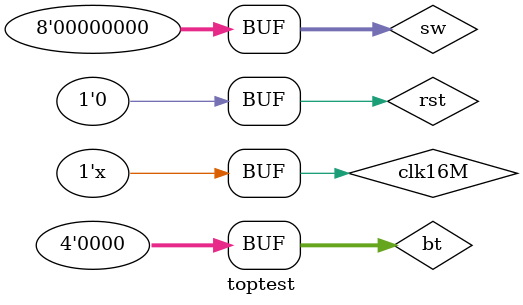
<source format=v>
`timescale 1ns / 1ps


module toptest;

	// Inputs
	reg clk16M;
	reg rst;
	reg [3:0] bt;
	reg [7:0] sw;

	// Outputs
	wire [5:0] rgb;
	wire hs;
	wire vs;
	wire [7:0] ld;

	// Instantiate the Unit Under Test (UUT)
	top_level uut (
		.clk16M(clk16M), 
		.rst(rst), 
		.rgb(rgb), 
		.hs(hs), 
		.vs(vs), 
		.ld(ld), 
		.bt(bt), 
		.sw(sw)
	);

		always #1
		clk16M = ~clk16M;
	initial begin
		// Initialize Inputs
		clk16M = 0;
		rst = 1;
		bt = 0;
		sw = 0;

		// Wait 100 ns for global reset to finish
		#10;

        		rst =0 ;
		// Add stimulus here

	end
      
endmodule


</source>
